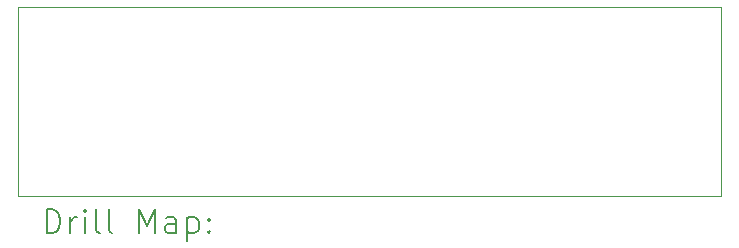
<source format=gbr>
%TF.GenerationSoftware,KiCad,Pcbnew,7.0.1*%
%TF.CreationDate,2023-04-20T14:44:11+09:00*%
%TF.ProjectId,dcc-adapter-board-kato-1.310-21mtc,6463632d-6164-4617-9074-65722d626f61,rev?*%
%TF.SameCoordinates,Original*%
%TF.FileFunction,Drillmap*%
%TF.FilePolarity,Positive*%
%FSLAX45Y45*%
G04 Gerber Fmt 4.5, Leading zero omitted, Abs format (unit mm)*
G04 Created by KiCad (PCBNEW 7.0.1) date 2023-04-20 14:44:11*
%MOMM*%
%LPD*%
G01*
G04 APERTURE LIST*
%ADD10C,0.100000*%
%ADD11C,0.200000*%
G04 APERTURE END LIST*
D10*
X6350000Y-2540000D02*
X12300000Y-2540000D01*
X12300000Y-4140000D01*
X6350000Y-4140000D01*
X6350000Y-2540000D01*
D11*
X6592619Y-4457524D02*
X6592619Y-4257524D01*
X6592619Y-4257524D02*
X6640238Y-4257524D01*
X6640238Y-4257524D02*
X6668809Y-4267048D01*
X6668809Y-4267048D02*
X6687857Y-4286095D01*
X6687857Y-4286095D02*
X6697381Y-4305143D01*
X6697381Y-4305143D02*
X6706905Y-4343238D01*
X6706905Y-4343238D02*
X6706905Y-4371810D01*
X6706905Y-4371810D02*
X6697381Y-4409905D01*
X6697381Y-4409905D02*
X6687857Y-4428952D01*
X6687857Y-4428952D02*
X6668809Y-4448000D01*
X6668809Y-4448000D02*
X6640238Y-4457524D01*
X6640238Y-4457524D02*
X6592619Y-4457524D01*
X6792619Y-4457524D02*
X6792619Y-4324190D01*
X6792619Y-4362286D02*
X6802143Y-4343238D01*
X6802143Y-4343238D02*
X6811667Y-4333714D01*
X6811667Y-4333714D02*
X6830714Y-4324190D01*
X6830714Y-4324190D02*
X6849762Y-4324190D01*
X6916428Y-4457524D02*
X6916428Y-4324190D01*
X6916428Y-4257524D02*
X6906905Y-4267048D01*
X6906905Y-4267048D02*
X6916428Y-4276571D01*
X6916428Y-4276571D02*
X6925952Y-4267048D01*
X6925952Y-4267048D02*
X6916428Y-4257524D01*
X6916428Y-4257524D02*
X6916428Y-4276571D01*
X7040238Y-4457524D02*
X7021190Y-4448000D01*
X7021190Y-4448000D02*
X7011667Y-4428952D01*
X7011667Y-4428952D02*
X7011667Y-4257524D01*
X7145000Y-4457524D02*
X7125952Y-4448000D01*
X7125952Y-4448000D02*
X7116428Y-4428952D01*
X7116428Y-4428952D02*
X7116428Y-4257524D01*
X7373571Y-4457524D02*
X7373571Y-4257524D01*
X7373571Y-4257524D02*
X7440238Y-4400381D01*
X7440238Y-4400381D02*
X7506905Y-4257524D01*
X7506905Y-4257524D02*
X7506905Y-4457524D01*
X7687857Y-4457524D02*
X7687857Y-4352762D01*
X7687857Y-4352762D02*
X7678333Y-4333714D01*
X7678333Y-4333714D02*
X7659286Y-4324190D01*
X7659286Y-4324190D02*
X7621190Y-4324190D01*
X7621190Y-4324190D02*
X7602143Y-4333714D01*
X7687857Y-4448000D02*
X7668809Y-4457524D01*
X7668809Y-4457524D02*
X7621190Y-4457524D01*
X7621190Y-4457524D02*
X7602143Y-4448000D01*
X7602143Y-4448000D02*
X7592619Y-4428952D01*
X7592619Y-4428952D02*
X7592619Y-4409905D01*
X7592619Y-4409905D02*
X7602143Y-4390857D01*
X7602143Y-4390857D02*
X7621190Y-4381333D01*
X7621190Y-4381333D02*
X7668809Y-4381333D01*
X7668809Y-4381333D02*
X7687857Y-4371810D01*
X7783095Y-4324190D02*
X7783095Y-4524190D01*
X7783095Y-4333714D02*
X7802143Y-4324190D01*
X7802143Y-4324190D02*
X7840238Y-4324190D01*
X7840238Y-4324190D02*
X7859286Y-4333714D01*
X7859286Y-4333714D02*
X7868809Y-4343238D01*
X7868809Y-4343238D02*
X7878333Y-4362286D01*
X7878333Y-4362286D02*
X7878333Y-4419429D01*
X7878333Y-4419429D02*
X7868809Y-4438476D01*
X7868809Y-4438476D02*
X7859286Y-4448000D01*
X7859286Y-4448000D02*
X7840238Y-4457524D01*
X7840238Y-4457524D02*
X7802143Y-4457524D01*
X7802143Y-4457524D02*
X7783095Y-4448000D01*
X7964048Y-4438476D02*
X7973571Y-4448000D01*
X7973571Y-4448000D02*
X7964048Y-4457524D01*
X7964048Y-4457524D02*
X7954524Y-4448000D01*
X7954524Y-4448000D02*
X7964048Y-4438476D01*
X7964048Y-4438476D02*
X7964048Y-4457524D01*
X7964048Y-4333714D02*
X7973571Y-4343238D01*
X7973571Y-4343238D02*
X7964048Y-4352762D01*
X7964048Y-4352762D02*
X7954524Y-4343238D01*
X7954524Y-4343238D02*
X7964048Y-4333714D01*
X7964048Y-4333714D02*
X7964048Y-4352762D01*
M02*

</source>
